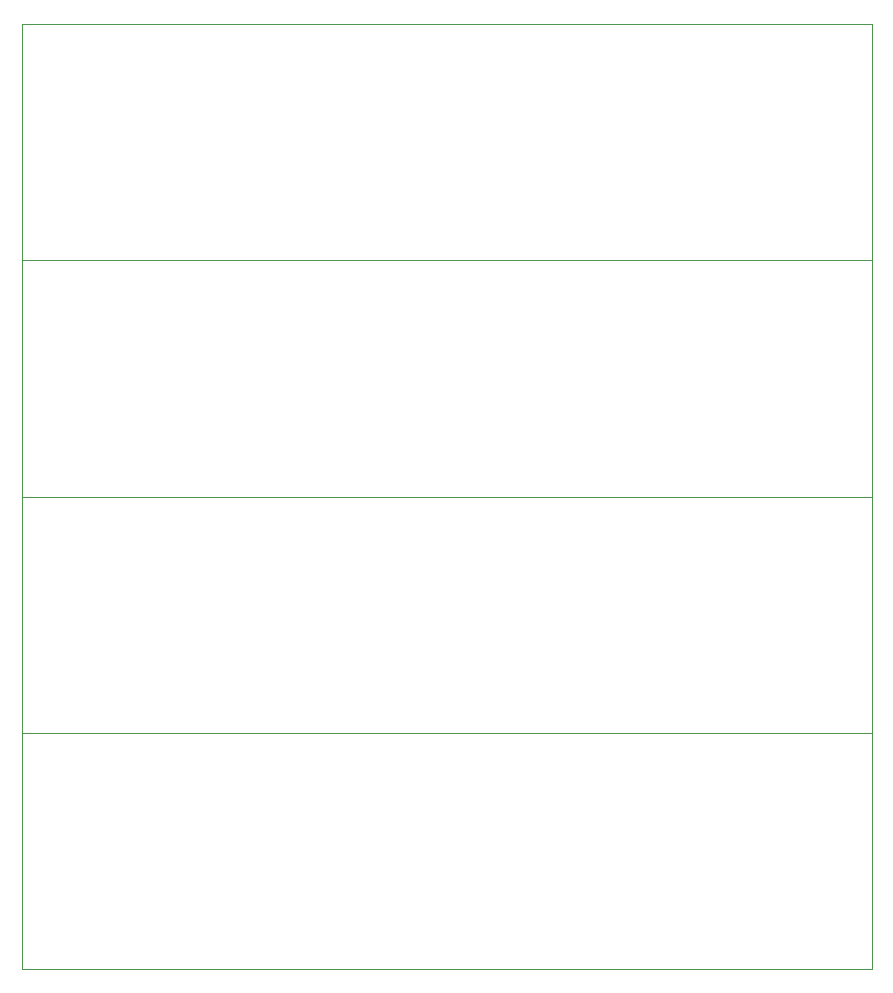
<source format=gbr>
G04 #@! TF.GenerationSoftware,KiCad,Pcbnew,5.1.5+dfsg1-2build2*
G04 #@! TF.CreationDate,2021-09-07T20:18:59-05:00*
G04 #@! TF.ProjectId,,58585858-5858-4585-9858-585858585858,rev?*
G04 #@! TF.SameCoordinates,Original*
G04 #@! TF.FileFunction,Profile,NP*
%FSLAX46Y46*%
G04 Gerber Fmt 4.6, Leading zero omitted, Abs format (unit mm)*
G04 Created by KiCad (PCBNEW 5.1.5+dfsg1-2build2) date 2021-09-07 20:18:59*
%MOMM*%
%LPD*%
G04 APERTURE LIST*
%ADD10C,0.050000*%
G04 APERTURE END LIST*
D10*
X189907000Y-84435000D02*
X189907000Y-104435000D01*
X189907000Y-64435000D02*
X189907000Y-84435000D01*
X189907000Y-44435000D02*
X189907000Y-64435000D01*
X117907000Y-84435000D02*
X117907000Y-104435000D01*
X117907000Y-64435000D02*
X117907000Y-84435000D01*
X117907000Y-44435000D02*
X117907000Y-64435000D01*
X117907000Y-104435000D02*
X189907000Y-104435000D01*
X117907000Y-84435000D02*
X189907000Y-84435000D01*
X117907000Y-64435000D02*
X189907000Y-64435000D01*
X117907000Y-84435000D02*
X189907000Y-84435000D01*
X117907000Y-64435000D02*
X189907000Y-64435000D01*
X117907000Y-44435000D02*
X189907000Y-44435000D01*
X189907000Y-24435000D02*
X189907000Y-44435000D01*
X117907000Y-24435000D02*
X117907000Y-44435000D01*
X117907000Y-44435000D02*
X189907000Y-44435000D01*
X117907000Y-24435000D02*
X189907000Y-24435000D01*
M02*

</source>
